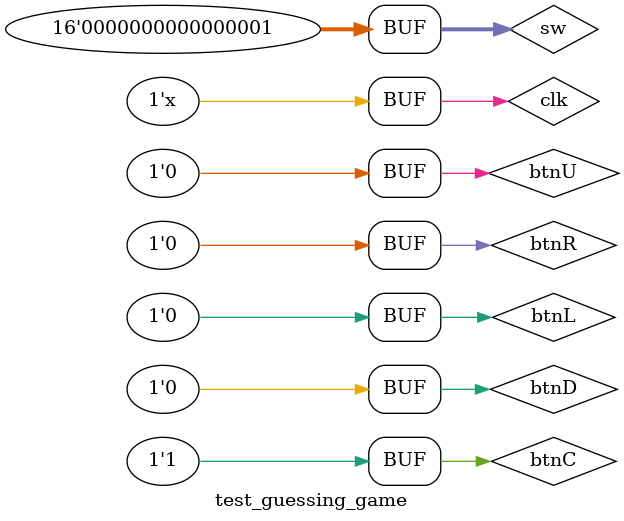
<source format=sv>
`timescale 1ns / 1ps


module test_guessing_game();
    reg btnC, btnL, btnR, btnU, btnD, clk;
    reg [15:0] sw;
    wire [15:0] led;
    wire [6:0] seg;
    wire [3:0] an;
    wire dp;
    
    guessing_game dut(
        .btnC(btnC),
        .btnL(btnL),
        .btnR(btnR),
        .btnU(btnU),
        .btnD(btnD),
        .clk(clk),
        .sw(sw),
        .led(led),
        .seg(seg),
        .an(an),
        .dp(dp)
        );
    
    //clk and en module
    always begin
        clk = ~clk ; #8;
    end 
    initial begin
        clk = 0; sw = 16'h0001; btnC = 1'b1; btnL = 1'b0; btnD = 1'b0; btnR = 1'b0; btnU = 1'b0;#3; 
        btnC = 0; #15; //set up the initial condition
        btnL = 1'b1; btnD = 1'b0; btnR = 1'b0; btnU = 1'b0; #10;
        btnL = 1'b0; btnD = 1'b0; btnR = 1'b0; btnU = 1'b0; #10;
        btnL = 1'b0; btnD = 1'b1; btnR = 1'b0; btnU = 1'b0; #10;
        btnL = 1'b0; btnD = 1'b0; btnR = 1'b0; btnU = 1'b0; #10;
        btnL = 1'b0; btnD = 1'b0; btnR = 1'b1; btnU = 1'b0; #10;
        btnL = 1'b0; btnD = 1'b0; btnR = 1'b0; btnU = 1'b0; #10;
        btnL = 1'b0; btnD = 1'b0; btnR = 1'b0; btnU = 1'b1; #10;
        btnC = 1'b1; btnL = 1'b0; btnD = 1'b0; btnR = 1'b0; btnU = 1'b0;#10; 
    end
endmodule

</source>
